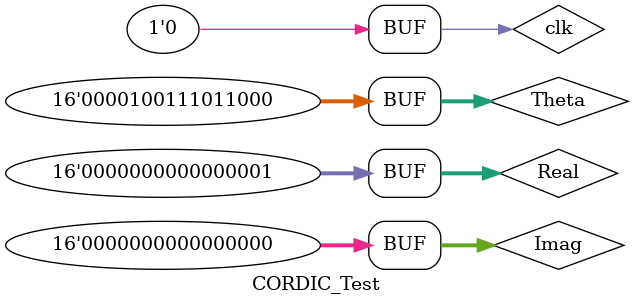
<source format=v>
`timescale 1ns / 1ps

module CORDIC_Test;

	// Inputs
	reg [15:0] Theta,Real,Imag;
	reg clk;

	// Outputs
	wire [15:0] cos;
	wire [15:0] sin;
	wire [15:0] Q;

	// Instantiate the Unit Under Test (UUT)
	CORDIC uut (
		.Theta(Theta),
		.Real(Real),
		.Imag(Imag),
		.clk(clk),
		.cos(cos), 
		.sin(sin),
		.Q(Q)
	);

	initial begin
		// Initialize Inputs
		clk=1;
		Theta = 16'b100111011000;
		Real=1;
		Imag=0;
		#10;

		clk=0;
		#10;		
		clk=1;
		#10;
		clk=0;
		#10;
		
		clk=1;
		#10;
		clk=0;
		#10;
		
		clk=1;
		#10;
		clk=0;
		#10;
		
		clk=1;
		#10;
		clk=0;
		#10;
		
		clk=1;
		#10;
		clk=0;
		#10;
		
		clk=1;
		#10;
		clk=0;
		#10;
		
		clk=1;
		#10;
		clk=0;
		#10;
		
		clk=1;
		#10;
		clk=0;
		#10;
		
		clk=1;
		#10;
		clk=0;
		#10;
		
		clk=1;
		#10;
		clk=0;
		#10;
	end
      
endmodule


</source>
